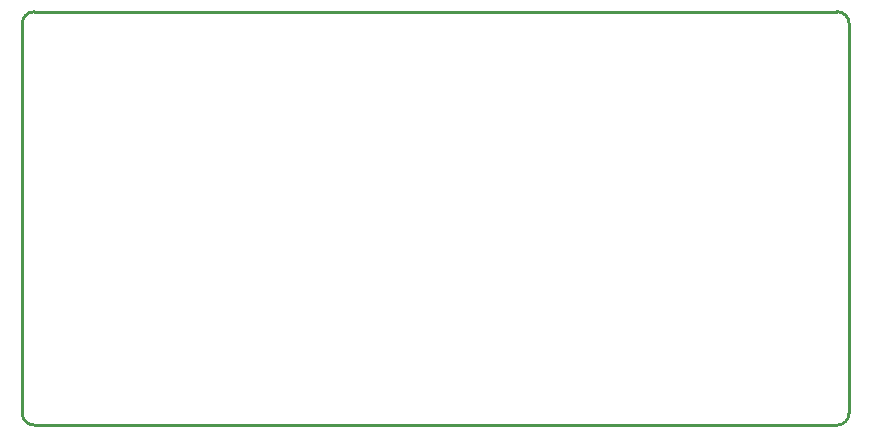
<source format=gko>
G04*
G04 #@! TF.GenerationSoftware,Altium Limited,Altium Designer,23.8.1 (32)*
G04*
G04 Layer_Color=16711935*
%FSLAX25Y25*%
%MOIN*%
G70*
G04*
G04 #@! TF.SameCoordinates,45B655E0-0CFB-48ED-97EE-2201F2EA58C2*
G04*
G04*
G04 #@! TF.FilePolarity,Positive*
G04*
G01*
G75*
%ADD11C,0.01000*%
D11*
X275590Y133858D02*
G03*
X271654Y137795I-3937J0D01*
G01*
Y0D02*
G03*
X275590Y3937I0J3937D01*
G01*
X3937Y137795D02*
G03*
X0Y133858I0J-3937D01*
G01*
Y3937D02*
G03*
X3937Y0I3937J0D01*
G01*
X271654D01*
X3937Y137795D02*
X271654D01*
X275590Y3937D02*
Y133858D01*
X0Y3937D02*
Y133858D01*
M02*

</source>
